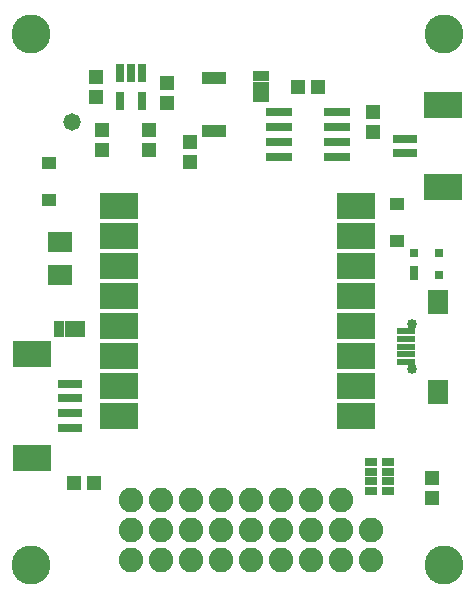
<source format=gbs>
G75*
%MOIN*%
%OFA0B0*%
%FSLAX25Y25*%
%IPPOS*%
%LPD*%
%AMOC8*
5,1,8,0,0,1.08239X$1,22.5*
%
%ADD10C,0.13005*%
%ADD11R,0.03000X0.06000*%
%ADD12R,0.12611X0.08674*%
%ADD13R,0.08600X0.03000*%
%ADD14R,0.05800X0.03300*%
%ADD15R,0.04737X0.05131*%
%ADD16R,0.05131X0.04737*%
%ADD17R,0.07887X0.02769*%
%ADD18R,0.12611X0.09068*%
%ADD19R,0.06312X0.02375*%
%ADD20C,0.03359*%
%ADD21R,0.06706X0.08280*%
%ADD22C,0.08200*%
%ADD23R,0.03950X0.02769*%
%ADD24R,0.03162X0.04737*%
%ADD25R,0.03162X0.03162*%
%ADD26R,0.04540X0.04343*%
%ADD27R,0.07887X0.07099*%
%ADD28R,0.07887X0.03950*%
%ADD29C,0.05800*%
%ADD30R,0.03300X0.05800*%
D10*
X0019217Y0019217D03*
X0157012Y0019217D03*
X0157012Y0196382D03*
X0019217Y0196382D03*
D11*
X0048981Y0183265D03*
X0052681Y0183265D03*
X0056381Y0183265D03*
X0056381Y0174065D03*
X0048981Y0174065D03*
D12*
X0048744Y0138862D03*
X0048744Y0128862D03*
X0048744Y0118862D03*
X0048744Y0108862D03*
X0048744Y0098862D03*
X0048744Y0088862D03*
X0048744Y0078862D03*
X0048744Y0068862D03*
X0127484Y0068862D03*
X0127484Y0078862D03*
X0127484Y0088862D03*
X0127484Y0098862D03*
X0127484Y0108862D03*
X0127484Y0118862D03*
X0127484Y0128862D03*
X0127484Y0138862D03*
D13*
X0121436Y0155417D03*
X0121436Y0160417D03*
X0121436Y0165417D03*
X0121436Y0170417D03*
X0102036Y0170417D03*
X0102036Y0165417D03*
X0102036Y0160417D03*
X0102036Y0155417D03*
D14*
X0095988Y0175165D03*
X0095988Y0178665D03*
X0095988Y0182165D03*
D15*
X0072366Y0160358D03*
X0072366Y0153665D03*
X0058587Y0157602D03*
X0058587Y0164295D03*
X0064492Y0173350D03*
X0064492Y0180043D03*
X0042839Y0164295D03*
X0042839Y0157602D03*
X0040870Y0175319D03*
X0040870Y0182012D03*
X0133390Y0170201D03*
X0133390Y0163508D03*
X0153075Y0048154D03*
X0153075Y0041461D03*
D16*
X0115083Y0178665D03*
X0108390Y0178665D03*
X0040280Y0046776D03*
X0033587Y0046776D03*
D17*
X0032209Y0064984D03*
X0032209Y0069906D03*
X0032209Y0074827D03*
X0032209Y0079748D03*
X0144020Y0156520D03*
X0144020Y0161441D03*
D18*
X0156618Y0172760D03*
X0156618Y0145201D03*
X0019610Y0089787D03*
X0019610Y0054945D03*
D19*
X0144413Y0086933D03*
X0144413Y0089492D03*
X0144413Y0092051D03*
X0144413Y0094610D03*
X0144413Y0097169D03*
D20*
X0146382Y0099531D03*
X0146382Y0084571D03*
D21*
X0155043Y0077051D03*
X0155043Y0107051D03*
D22*
X0122681Y0040870D03*
X0122681Y0030870D03*
X0122681Y0020870D03*
X0112681Y0020870D03*
X0102681Y0020870D03*
X0102681Y0030870D03*
X0102681Y0040870D03*
X0112681Y0040870D03*
X0112681Y0030870D03*
X0092681Y0030870D03*
X0092681Y0040870D03*
X0082681Y0040870D03*
X0082681Y0030870D03*
X0072681Y0030870D03*
X0072681Y0040870D03*
X0062681Y0040870D03*
X0062681Y0030870D03*
X0062681Y0020870D03*
X0052681Y0020870D03*
X0052681Y0030870D03*
X0052681Y0040870D03*
X0072681Y0020870D03*
X0082681Y0020870D03*
X0092681Y0020870D03*
X0132681Y0020870D03*
X0132681Y0030870D03*
D23*
X0132602Y0044020D03*
X0132602Y0047169D03*
X0132602Y0050319D03*
X0132602Y0053469D03*
X0138114Y0053469D03*
X0138114Y0050319D03*
X0138114Y0047169D03*
X0138114Y0044020D03*
D24*
X0146972Y0116657D03*
D25*
X0146972Y0123350D03*
X0155240Y0123350D03*
X0155240Y0115870D03*
D26*
X0141264Y0127189D03*
X0141264Y0139591D03*
X0025122Y0140969D03*
X0025122Y0153370D03*
D27*
X0029059Y0127091D03*
X0029059Y0116067D03*
D28*
X0080240Y0163980D03*
X0080240Y0181539D03*
D29*
X0032996Y0166854D03*
D30*
X0032209Y0097957D03*
X0035709Y0097957D03*
X0028709Y0097957D03*
M02*

</source>
